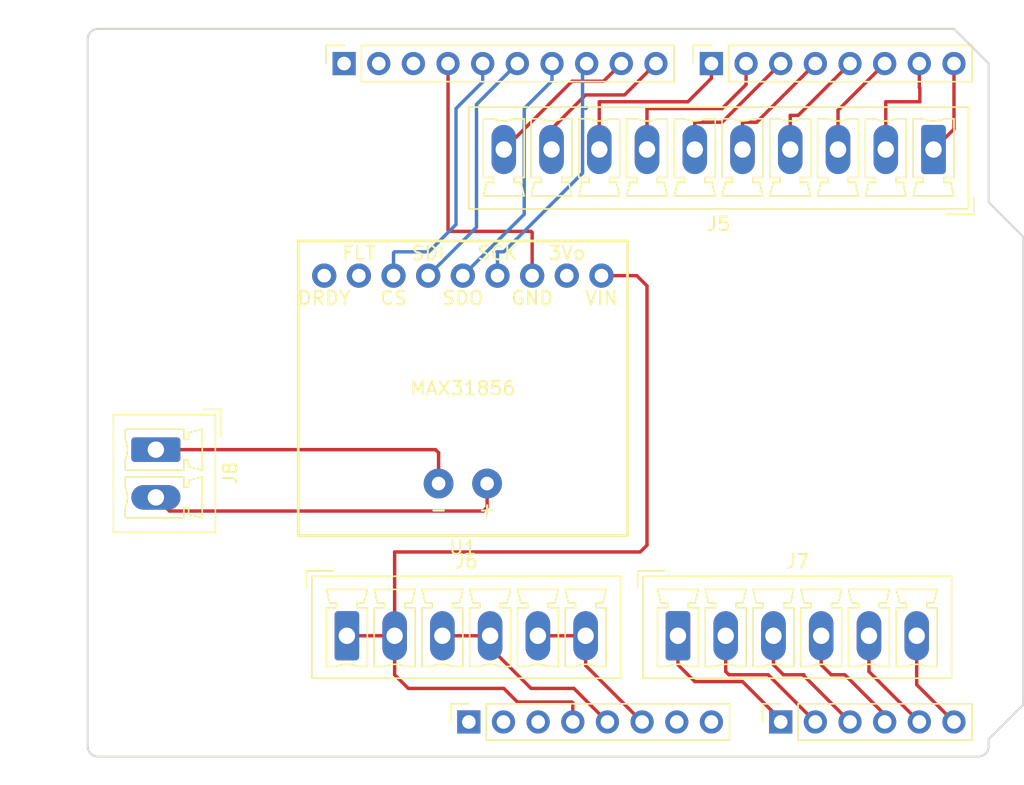
<source format=kicad_pcb>
(kicad_pcb (version 20211014) (generator pcbnew)
  (title_block (date "mar. 31 mars 2015"))
  (layers (0 "F.Cu" signal) (31 "B.Cu" signal) (34 "B.Paste" user) (35 "F.Paste" user) (36 "B.SilkS" user "B.Silkscreen") (37 "F.SilkS" user "F.Silkscreen") (38 "B.Mask" user) (39 "F.Mask" user) (44 "Edge.Cuts" user))
  (net 0 "")
  (net 1 "GND")
  (net 3 "+5V")
  (net 4 "/IOREF")
  (net 5 "/A0")
  (net 6 "/A1")
  (net 7 "/A2")
  (net 8 "/A3")
  (net 9 "/SDA{slash}A4")
  (net 10 "/SCL{slash}A5")
  (net 11 "/13")
  (net 12 "/12")
  (net 13 "/AREF")
  (net 14 "/8")
  (net 15 "/7")
  (net 16 "/*11")
  (net 17 "/*10")
  (net 18 "/*9")
  (net 19 "/4")
  (net 20 "/2")
  (net 21 "/*6")
  (net 22 "/*5")
  (net 23 "/TX{slash}1")
  (net 24 "/*3")
  (net 25 "/RX{slash}0")
  (net 26 "+3V3")
  (net 27 "VCC")
  (net 28 "/~{RESET}")
  (net 32 "Net-(U1-Pad11)")
  (net 33 "Net-(U1-Pad10)")
  (footprint "Connector_PinSocket_2.54mm:PinSocket_1x08_P2.54mm_Vertical" (layer "F.Cu") (at 127.94 97.46 90)
    (fp_text reference "J1" hide)
    (fp_text value "Power")
    (pad "1" thru_hole rect locked (at 0 0 90) (size 1.7 1.7) (drill 1) (layers *.Cu *.Mask))
    (pad "2" thru_hole oval locked (at 0 2.54 90) (size 1.7 1.7) (drill 1) (layers *.Cu *.Mask) (net 4 "/IOREF"))
    (pad "3" thru_hole oval locked (at 0 5.08 90) (size 1.7 1.7) (drill 1) (layers *.Cu *.Mask) (net 28 "/~{RESET}"))
    (pad "4" thru_hole oval locked (at 0 7.62 90) (size 1.7 1.7) (drill 1) (layers *.Cu *.Mask) (net 26 "+3V3"))
    (pad "5" thru_hole oval locked (at 0 10.16 90) (size 1.7 1.7) (drill 1) (layers *.Cu *.Mask) (net 3 "+5V"))
    (pad "6" thru_hole oval locked (at 0 12.7 90) (size 1.7 1.7) (drill 1) (layers *.Cu *.Mask) (net 1 "GND"))
    (pad "7" thru_hole oval locked (at 0 15.24 90) (size 1.7 1.7) (drill 1) (layers *.Cu *.Mask) (net 1 "GND"))
    (pad "8" thru_hole oval locked (at 0 17.78 90) (size 1.7 1.7) (drill 1) (layers *.Cu *.Mask) (net 27 "VCC"))
  )
  (footprint "Connector_PinSocket_2.54mm:PinSocket_1x06_P2.54mm_Vertical" (layer "F.Cu") (at 150.8 97.46 90)
    (fp_text reference "J3" hide)
    (fp_text value "Analog")
    (pad "1" thru_hole rect locked (at 0 0 90) (size 1.7 1.7) (drill 1) (layers *.Cu *.Mask) (net 5 "/A0"))
    (pad "2" thru_hole oval locked (at 0 2.54 90) (size 1.7 1.7) (drill 1) (layers *.Cu *.Mask) (net 6 "/A1"))
    (pad "3" thru_hole oval locked (at 0 5.08 90) (size 1.7 1.7) (drill 1) (layers *.Cu *.Mask) (net 7 "/A2"))
    (pad "4" thru_hole oval locked (at 0 7.62 90) (size 1.7 1.7) (drill 1) (layers *.Cu *.Mask) (net 8 "/A3"))
    (pad "5" thru_hole oval locked (at 0 10.16 90) (size 1.7 1.7) (drill 1) (layers *.Cu *.Mask) (net 9 "/SDA{slash}A4"))
    (pad "6" thru_hole oval locked (at 0 12.7 90) (size 1.7 1.7) (drill 1) (layers *.Cu *.Mask) (net 10 "/SCL{slash}A5"))
  )
  (footprint "Connector_PinSocket_2.54mm:PinSocket_1x10_P2.54mm_Vertical" (layer "F.Cu") (at 118.796 49.2 90)
    (fp_text reference "J2" hide)
    (fp_text value "Digital/PWM")
    (pad "1" thru_hole rect locked (at 0 0 90) (size 1.7 1.7) (drill 1) (layers *.Cu *.Mask) (net 10 "/SCL{slash}A5"))
    (pad "2" thru_hole oval locked (at 0 2.54 90) (size 1.7 1.7) (drill 1) (layers *.Cu *.Mask) (net 9 "/SDA{slash}A4"))
    (pad "3" thru_hole oval locked (at 0 5.08 90) (size 1.7 1.7) (drill 1) (layers *.Cu *.Mask) (net 13 "/AREF"))
    (pad "4" thru_hole oval locked (at 0 7.62 90) (size 1.7 1.7) (drill 1) (layers *.Cu *.Mask) (net 1 "GND"))
    (pad "5" thru_hole oval locked (at 0 10.16 90) (size 1.7 1.7) (drill 1) (layers *.Cu *.Mask) (net 11 "/13"))
    (pad "6" thru_hole oval locked (at 0 12.7 90) (size 1.7 1.7) (drill 1) (layers *.Cu *.Mask) (net 12 "/12"))
    (pad "7" thru_hole oval locked (at 0 15.24 90) (size 1.7 1.7) (drill 1) (layers *.Cu *.Mask) (net 16 "/*11"))
    (pad "8" thru_hole oval locked (at 0 17.78 90) (size 1.7 1.7) (drill 1) (layers *.Cu *.Mask) (net 17 "/*10"))
    (pad "9" thru_hole oval locked (at 0 20.32 90) (size 1.7 1.7) (drill 1) (layers *.Cu *.Mask) (net 18 "/*9"))
    (pad "10" thru_hole oval locked (at 0 22.86 90) (size 1.7 1.7) (drill 1) (layers *.Cu *.Mask) (net 14 "/8"))
  )
  (footprint "Connector_PinSocket_2.54mm:PinSocket_1x08_P2.54mm_Vertical" (layer "F.Cu") (at 145.72 49.2 90)
    (fp_text reference "J4" hide)
    (fp_text value "Digital/PWM")
    (pad "1" thru_hole rect locked (at 0 0 90) (size 1.7 1.7) (drill 1) (layers *.Cu *.Mask) (net 15 "/7"))
    (pad "2" thru_hole oval locked (at 0 2.54 90) (size 1.7 1.7) (drill 1) (layers *.Cu *.Mask) (net 21 "/*6"))
    (pad "3" thru_hole oval locked (at 0 5.08 90) (size 1.7 1.7) (drill 1) (layers *.Cu *.Mask) (net 22 "/*5"))
    (pad "4" thru_hole oval locked (at 0 7.62 90) (size 1.7 1.7) (drill 1) (layers *.Cu *.Mask) (net 19 "/4"))
    (pad "5" thru_hole oval locked (at 0 10.16 90) (size 1.7 1.7) (drill 1) (layers *.Cu *.Mask) (net 24 "/*3"))
    (pad "6" thru_hole oval locked (at 0 12.7 90) (size 1.7 1.7) (drill 1) (layers *.Cu *.Mask) (net 20 "/2"))
    (pad "7" thru_hole oval locked (at 0 15.24 90) (size 1.7 1.7) (drill 1) (layers *.Cu *.Mask) (net 23 "/TX{slash}1"))
    (pad "8" thru_hole oval locked (at 0 17.78 90) (size 1.7 1.7) (drill 1) (layers *.Cu *.Mask) (net 25 "/RX{slash}0"))
  )
  (footprint "Connector_Phoenix_MC:PhoenixContact_MCV_1,5_10-G-3.5_1x10_P3.50mm_Vertical" (layer "F.Cu") (at 162 55.5 180)
    (fp_text reference "J5" (at 15.75 -5.45) (layer "F.SilkS"))
    (fp_text value "Conn_01x10_Female")
    (pad "1" thru_hole roundrect (at 0 0 180) (size 1.8 3.6) (drill 1.2) (layers *.Cu *.Mask) (roundrect_rratio 0.138889) (net 25 "/RX{slash}0"))
    (pad "2" thru_hole oval (at 3.5 0 180) (size 1.8 3.6) (drill 1.2) (layers *.Cu *.Mask) (net 23 "/TX{slash}1"))
    (pad "3" thru_hole oval (at 7 0 180) (size 1.8 3.6) (drill 1.2) (layers *.Cu *.Mask) (net 20 "/2"))
    (pad "4" thru_hole oval (at 10.5 0 180) (size 1.8 3.6) (drill 1.2) (layers *.Cu *.Mask) (net 24 "/*3"))
    (pad "5" thru_hole oval (at 14 0 180) (size 1.8 3.6) (drill 1.2) (layers *.Cu *.Mask) (net 19 "/4"))
    (pad "6" thru_hole oval (at 17.5 0 180) (size 1.8 3.6) (drill 1.2) (layers *.Cu *.Mask) (net 22 "/*5"))
    (pad "7" thru_hole oval (at 21 0 180) (size 1.8 3.6) (drill 1.2) (layers *.Cu *.Mask) (net 21 "/*6"))
    (pad "8" thru_hole oval (at 24.5 0 180) (size 1.8 3.6) (drill 1.2) (layers *.Cu *.Mask) (net 15 "/7"))
    (pad "9" thru_hole oval (at 28 0 180) (size 1.8 3.6) (drill 1.2) (layers *.Cu *.Mask) (net 14 "/8"))
    (pad "10" thru_hole oval (at 31.5 0 180) (size 1.8 3.6) (drill 1.2) (layers *.Cu *.Mask) (net 18 "/*9"))
  )
  (footprint "Connector_Phoenix_MC:PhoenixContact_MCV_1,5_6-G-3.5_1x06_P3.50mm_Vertical" (layer "F.Cu") (at 143.2675 91.1425)
    (fp_text reference "J7" (at 8.75 -5.45) (layer "F.SilkS"))
    (fp_text value "Conn_01x06_Female")
    (pad "1" thru_hole roundrect (at 0 0) (size 1.8 3.6) (drill 1.2) (layers *.Cu *.Mask) (roundrect_rratio 0.138889) (net 5 "/A0"))
    (pad "2" thru_hole oval (at 3.5 0) (size 1.8 3.6) (drill 1.2) (layers *.Cu *.Mask) (net 6 "/A1"))
    (pad "3" thru_hole oval (at 7 0) (size 1.8 3.6) (drill 1.2) (layers *.Cu *.Mask) (net 7 "/A2"))
    (pad "4" thru_hole oval (at 10.5 0) (size 1.8 3.6) (drill 1.2) (layers *.Cu *.Mask) (net 8 "/A3"))
    (pad "5" thru_hole oval (at 14 0) (size 1.8 3.6) (drill 1.2) (layers *.Cu *.Mask) (net 9 "/SDA{slash}A4"))
    (pad "6" thru_hole oval (at 17.5 0) (size 1.8 3.6) (drill 1.2) (layers *.Cu *.Mask) (net 10 "/SCL{slash}A5"))
  )
  (footprint "Arduino_MountingHole:MountingHole_3.2mm" (layer "F.Cu") (at 115.24 49.2)
    (fp_text reference "MH1" hide)
    (fp_text value "MountingHole_3.2mm" hide)
    (pad "" np_thru_hole circle locked (at 0 0) (size 3.2 3.2) (drill 3.2) (layers *.Cu *.Mask))
  )
  (footprint "Arduino_MountingHole:MountingHole_3.2mm" (layer "F.Cu") (at 113.97 97.46)
    (fp_text reference "MH2" hide)
    (fp_text value "MountingHole_3.2mm" hide)
    (pad "" np_thru_hole circle locked (at 0 0) (size 3.2 3.2) (drill 3.2) (layers *.Cu *.Mask))
  )
  (footprint "Connector_Phoenix_MC:PhoenixContact_MCV_1,5_2-G-3.5_1x02_P3.50mm_Vertical" (layer "F.Cu") (at 105 77.5 -90)
    (fp_text reference "J8" (at 1.75 -5.45 90) (layer "F.SilkS"))
    (fp_text value "Conn_01x02_Female")
    (pad "1" thru_hole roundrect (at 0 0 270) (size 1.8 3.6) (drill 1.2) (layers *.Cu *.Mask) (roundrect_rratio 0.138889) (net 32 "Net-(U1-Pad11)"))
    (pad "2" thru_hole oval (at 3.5 0 270) (size 1.8 3.6) (drill 1.2) (layers *.Cu *.Mask) (net 33 "Net-(U1-Pad10)"))
  )
  (footprint "Arduino_MountingHole:MountingHole_3.2mm" (layer "F.Cu") (at 166.04 64.44)
    (fp_text reference "MH3" hide)
    (fp_text value "MountingHole_3.2mm" hide)
    (pad "" np_thru_hole circle locked (at 0 0) (size 3.2 3.2) (drill 3.2) (layers *.Cu *.Mask))
  )
  (footprint "Arduino_MountingHole:MountingHole_3.2mm" (layer "F.Cu") (at 166.04 92.38)
    (fp_text reference "MH4" hide)
    (fp_text value "MountingHole_3.2mm" hide)
    (pad "" np_thru_hole circle locked (at 0 0) (size 3.2 3.2) (drill 3.2) (layers *.Cu *.Mask))
  )
  (footprint "Connector_Phoenix_MC:PhoenixContact_MCV_1,5_6-G-3.5_1x06_P3.50mm_Vertical" (layer "F.Cu") (at 119 91.1425)
    (fp_text reference "J6" (at 8.75 -5.45) (layer "F.SilkS"))
    (fp_text value "Conn_01x06_Female")
    (pad "1" thru_hole roundrect (at 0 0) (size 1.8 3.6) (drill 1.2) (layers *.Cu *.Mask) (roundrect_rratio 0.138889) (net 26 "+3V3"))
    (pad "2" thru_hole oval (at 3.5 0) (size 1.8 3.6) (drill 1.2) (layers *.Cu *.Mask) (net 26 "+3V3"))
    (pad "3" thru_hole oval (at 7 0) (size 1.8 3.6) (drill 1.2) (layers *.Cu *.Mask) (net 3 "+5V"))
    (pad "4" thru_hole oval (at 10.5 0) (size 1.8 3.6) (drill 1.2) (layers *.Cu *.Mask) (net 3 "+5V"))
    (pad "5" thru_hole oval (at 14 0) (size 1.8 3.6) (drill 1.2) (layers *.Cu *.Mask) (net 1 "GND"))
    (pad "6" thru_hole oval (at 17.5 0) (size 1.8 3.6) (drill 1.2) (layers *.Cu *.Mask) (net 1 "GND"))
  )
  (footprint "MAX31865:MAX31856" (layer "F.Cu") (at 127.5 73 180)
    (fp_text reference "U1" (at 0 -11.684) (layer "F.SilkS"))
    (fp_text value "thermo_max31856")
    (fp_text user "MAX31856" (at 0 0) (layer "F.SilkS"))
    (fp_text user "SCK" (at -2.54 9.906) (layer "F.SilkS"))
    (fp_text user "-" (at 1.778 -8.89) (layer "F.SilkS"))
    (fp_text user "FLT" (at 7.62 9.906) (layer "F.SilkS"))
    (fp_text user "SDO" (at 0 6.604) (layer "F.SilkS"))
    (fp_text user "SDI" (at 2.54 9.906) (layer "F.SilkS"))
    (fp_text user "CS" (at 5.08 6.604) (layer "F.SilkS"))
    (fp_text user "+" (at -1.778 -8.89) (layer "F.SilkS"))
    (fp_text user "3Vo" (at -7.62 9.906) (layer "F.SilkS"))
    (fp_text user "VIN" (at -10.16 6.604) (layer "F.SilkS"))
    (fp_text user "DRDY" (at 10.16 6.604) (layer "F.SilkS"))
    (fp_text user "GND" (at -5.08 6.604) (layer "F.SilkS"))
    (pad "1" thru_hole circle (at -10.16 8.255 180) (size 1.778 1.778) (drill 1) (layers *.Cu *.Mask) (net 26 "+3V3"))
    (pad "2" thru_hole circle (at -7.62 8.255 180) (size 1.778 1.778) (drill 1) (layers *.Cu *.Mask))
    (pad "3" thru_hole circle (at -5.08 8.255 180) (size 1.778 1.778) (drill 1) (layers *.Cu *.Mask) (net 1 "GND"))
    (pad "4" thru_hole circle (at -2.54 8.255 180) (size 1.778 1.778) (drill 1) (layers *.Cu *.Mask) (net 17 "/*10"))
    (pad "5" thru_hole circle (at 0 8.255 180) (size 1.778 1.778) (drill 1) (layers *.Cu *.Mask) (net 16 "/*11"))
    (pad "6" thru_hole circle (at 2.54 8.255 180) (size 1.778 1.778) (drill 1) (layers *.Cu *.Mask) (net 12 "/12"))
    (pad "7" thru_hole circle (at 5.08 8.255 180) (size 1.778 1.778) (drill 1) (layers *.Cu *.Mask) (net 11 "/13"))
    (pad "8" thru_hole circle (at 7.62 8.255 180) (size 1.778 1.778) (drill 1) (layers *.Cu *.Mask))
    (pad "9" thru_hole circle (at 10.16 8.255 180) (size 1.778 1.778) (drill 1) (layers *.Cu *.Mask))
    (pad "10" thru_hole circle (at -1.778 -6.985 180) (size 2.184 2.184) (drill 1) (layers *.Cu *.Mask) (net 33 "Net-(U1-Pad10)"))
    (pad "11" thru_hole circle (at 1.778 -6.985 180) (size 2.184 2.184) (drill 1) (layers *.Cu *.Mask) (net 32 "Net-(U1-Pad11)"))
  )
  (gr_line (start 166.04 59.36) (end 168.58 61.9) (layer "Edge.Cuts") (width 0.15))
  (gr_line (start 100 99.238) (end 100 47.422) (layer "Edge.Cuts") (width 0.15))
  (gr_line (start 168.58 61.9) (end 168.58 96.19) (layer "Edge.Cuts") (width 0.15))
  (gr_line (start 165.278 100) (end 100.762 100) (layer "Edge.Cuts") (width 0.15))
  (gr_line (start 100.762 46.66) (end 163.5 46.66) (layer "Edge.Cuts") (width 0.15))
  (gr_arc (start 100.762 100) (mid 100.223185 99.776815) (end 100 99.238) (layer "Edge.Cuts") (width 0.15))
  (gr_line (start 168.58 96.19) (end 166.04 98.73) (layer "Edge.Cuts") (width 0.15))
  (gr_line (start 163.5 46.66) (end 166.04 49.2) (layer "Edge.Cuts") (width 0.15))
  (gr_arc (start 166.04 99.238) (mid 165.816815 99.776815) (end 165.278 100) (layer "Edge.Cuts") (width 0.15))
  (gr_line (start 166.04 49.2) (end 166.04 59.36) (layer "Edge.Cuts") (width 0.15))
  (gr_line (start 166.04 98.73) (end 166.04 99.238) (layer "Edge.Cuts") (width 0.15))
  (gr_arc (start 100 47.422) (mid 100.223185 46.883185) (end 100.762 46.66) (layer "Edge.Cuts") (width 0.15))
  (segment (start 136.5 91.1425) (end 136.5 93.32) (width 0.25) (layer "F.Cu") (net 1))
  (segment (start 132.5 61.5) (end 132.58 61.58) (width 0.25) (layer "F.Cu") (net 1))
  (segment (start 132.58 61.58) (end 132.58 64.745) (width 0.25) (layer "F.Cu") (net 1))
  (segment (start 136.5 93.32) (end 140.64 97.46) (width 0.25) (layer "F.Cu") (net 1))
  (segment (start 126.5 61.5) (end 132.5 61.5) (width 0.25) (layer "F.Cu") (net 1))
  (segment (start 126.416 49.2) (end 126.416 61.416) (width 0.25) (layer "F.Cu") (net 1))
  (segment (start 126.416 61.416) (end 126.5 61.5) (width 0.25) (layer "F.Cu") (net 1))
  (segment (start 136.5 91.1425) (end 133 91.1425) (width 0.25) (layer "F.Cu") (net 1))
  (segment (start 132.5 95) (end 135.64 95) (width 0.25) (layer "F.Cu") (net 3))
  (segment (start 135.64 95) (end 138.1 97.46) (width 0.25) (layer "F.Cu") (net 3))
  (segment (start 129.5 91.1425) (end 126 91.1425) (width 0.25) (layer "F.Cu") (net 3))
  (segment (start 129.5 92) (end 132.5 95) (width 0.25) (layer "F.Cu") (net 3))
  (segment (start 129.5 91.1425) (end 129.5 92) (width 0.25) (layer "F.Cu") (net 3))
  (segment (start 150.8 97.3) (end 150.8 97.46) (width 0.25) (layer "F.Cu") (net 5))
  (segment (start 143.2675 93.2675) (end 144.5 94.5) (width 0.25) (layer "F.Cu") (net 5))
  (segment (start 143.2675 91.1425) (end 143.2675 93.2675) (width 0.25) (layer "F.Cu") (net 5))
  (segment (start 148 94.5) (end 150.8 97.3) (width 0.25) (layer "F.Cu") (net 5))
  (segment (start 144.5 94.5) (end 148 94.5) (width 0.25) (layer "F.Cu") (net 5))
  (segment (start 147 94) (end 149.88 94) (width 0.25) (layer "F.Cu") (net 6))
  (segment (start 146.7675 93.7675) (end 147 94) (width 0.25) (layer "F.Cu") (net 6))
  (segment (start 149.88 94) (end 153.34 97.46) (width 0.25) (layer "F.Cu") (net 6))
  (segment (start 146.7675 91.1425) (end 146.7675 93.7675) (width 0.25) (layer "F.Cu") (net 6))
  (segment (start 152.5 94.08) (end 155.88 97.46) (width 0.25) (layer "F.Cu") (net 7))
  (segment (start 151 94) (end 152.5 94) (width 0.25) (layer "F.Cu") (net 7))
  (segment (start 150.2675 93.2675) (end 151 94) (width 0.25) (layer "F.Cu") (net 7))
  (segment (start 150.2675 91.1425) (end 150.2675 93.2675) (width 0.25) (layer "F.Cu") (net 7))
  (segment (start 152.5 94) (end 152.5 94.08) (width 0.25) (layer "F.Cu") (net 7))
  (segment (start 153.7675 91.1425) (end 153.7675 93.2675) (width 0.25) (layer "F.Cu") (net 8))
  (segment (start 158.473299 96.973299) (end 158.473299 97.406701) (width 0.25) (layer "F.Cu") (net 8))
  (segment (start 153.7675 93.2675) (end 154.5 94) (width 0.25) (layer "F.Cu") (net 8))
  (segment (start 154.5 94) (end 155.5 94) (width 0.25) (layer "F.Cu") (net 8))
  (segment (start 155.5 94) (end 158.473299 96.973299) (width 0.25) (layer "F.Cu") (net 8))
  (segment (start 158.473299 97.406701) (end 158.42 97.46) (width 0.25) (layer "F.Cu") (net 8))
  (segment (start 157.2675 91.1425) (end 157.2675 93.7675) (width 0.25) (layer "F.Cu") (net 9))
  (segment (start 157.2675 93.7675) (end 160.96 97.46) (width 0.25) (layer "F.Cu") (net 9))
  (segment (start 160.7675 94.7275) (end 163.5 97.46) (width 0.25) (layer "F.Cu") (net 10))
  (segment (start 160.7675 91.1425) (end 160.7675 94.7275) (width 0.25) (layer "F.Cu") (net 10))
  (segment (start 127 52.5) (end 127 61) (width 0.25) (layer "B.Cu") (net 11))
  (segment (start 122.5 63) (end 122.42 63.08) (width 0.25) (layer "B.Cu") (net 11))
  (segment (start 122.42 63.08) (end 122.42 64.745) (width 0.25) (layer "B.Cu") (net 11))
  (segment (start 127 61) (end 125 63) (width 0.25) (layer "B.Cu") (net 11))
  (segment (start 128.956 49.2) (end 128.956 50.544) (width 0.25) (layer "B.Cu") (net 11))
  (segment (start 128.956 50.544) (end 127 52.5) (width 0.25) (layer "B.Cu") (net 11))
  (segment (start 125 63) (end 122.5 63) (width 0.25) (layer "B.Cu") (net 11))
  (segment (start 128.5 61.205) (end 124.96 64.745) (width 0.25) (layer "B.Cu") (net 12))
  (segment (start 131.496 49.2) (end 128.5 52.196) (width 0.25) (layer "B.Cu") (net 12))
  (segment (start 128.5 52.196) (end 128.5 61.205) (width 0.25) (layer "B.Cu") (net 12))
  (segment (start 134 54) (end 134 55.5) (width 0.25) (layer "F.Cu") (net 14))
  (segment (start 136.5 51.5) (end 134 54) (width 0.25) (layer "F.Cu") (net 14))
  (segment (start 141.656 49.2) (end 139.356 51.5) (width 0.25) (layer "F.Cu") (net 14))
  (segment (start 139.356 51.5) (end 136.5 51.5) (width 0.25) (layer "F.Cu") (net 14))
  (segment (start 144 52) (end 137.5 52) (width 0.25) (layer "F.Cu") (net 15))
  (segment (start 145.72 49.2) (end 145.72 50.28) (width 0.25) (layer "F.Cu") (net 15))
  (segment (start 145.72 50.28) (end 144 52) (width 0.25) (layer "F.Cu") (net 15))
  (segment (start 137.5 52) (end 137.5 55.5) (width 0.25) (layer "F.Cu") (net 15))
  (segment (start 134.036 50.464) (end 132 52.5) (width 0.25) (layer "B.Cu") (net 16))
  (segment (start 134.036 49.2) (end 134.036 50.464) (width 0.25) (layer "B.Cu") (net 16))
  (segment (start 132 52.5) (end 132 60.245) (width 0.25) (layer "B.Cu") (net 16))
  (segment (start 132 60.245) (end 127.5 64.745) (width 0.25) (layer "B.Cu") (net 16))
  (segment (start 136.576 49.2) (end 136.275 49.501) (width 0.25) (layer "B.Cu") (net 17))
  (segment (start 130.5 63) (end 130 63) (width 0.25) (layer "B.Cu") (net 17))
  (segment (start 136.576 52.424) (end 136.5 52.5) (width 0.25) (layer "B.Cu") (net 17))
  (segment (start 136.275 49.501) (end 136.275 57.225) (width 0.25) (layer "B.Cu") (net 17))
  (segment (start 130 63) (end 130.04 63.04) (width 0.25) (layer "B.Cu") (net 17))
  (segment (start 130.04 63.04) (end 130.04 64.745) (width 0.25) (layer "B.Cu") (net 17))
  (segment (start 136.275 57.225) (end 130.5 63) (width 0.25) (layer "B.Cu") (net 17))
  (segment (start 137.816 50.5) (end 135.5 50.5) (width 0.25) (layer "F.Cu") (net 18))
  (segment (start 135.5 50.5) (end 130.5 55.5) (width 0.25) (layer "F.Cu") (net 18))
  (segment (start 139.116 49.2) (end 137.816 50.5) (width 0.25) (layer "F.Cu") (net 18))
  (segment (start 149.04 53.5) (end 148 53.5) (width 0.25) (layer "F.Cu") (net 19))
  (segment (start 153.34 49.2) (end 149.04 53.5) (width 0.25) (layer "F.Cu") (net 19))
  (segment (start 148 53.5) (end 148 55.5) (width 0.25) (layer "F.Cu") (net 19))
  (segment (start 158.42 49.2) (end 155 52.62) (width 0.25) (layer "F.Cu") (net 20))
  (segment (start 155 52.62) (end 155 55.5) (width 0.25) (layer "F.Cu") (net 20))
  (segment (start 146.5 52.5) (end 141 52.5) (width 0.25) (layer "F.Cu") (net 21))
  (segment (start 148.26 49.2) (end 148.26 50.74) (width 0.25) (layer "F.Cu") (net 21))
  (segment (start 148.26 50.74) (end 146.5 52.5) (width 0.25) (layer "F.Cu") (net 21))
  (segment (start 141 52.5) (end 141 55.5) (width 0.25) (layer "F.Cu") (net 21))
  (segment (start 146.5 53.5) (end 144.5 53.5) (width 0.25) (layer "F.Cu") (net 22))
  (segment (start 150.8 49.2) (end 146.5 53.5) (width 0.25) (layer "F.Cu") (net 22))
  (segment (start 144.5 53.5) (end 144.5 55.5) (width 0.25) (layer "F.Cu") (net 22))
  (segment (start 161 52) (end 158.5 52) (width 0.25) (layer "F.Cu") (net 23))
  (segment (start 160.96 51.96) (end 161 52) (width 0.25) (layer "F.Cu") (net 23))
  (segment (start 160.96 49.2) (end 160.96 50.96) (width 0.25) (layer "F.Cu") (net 23))
  (segment (start 160.96 50.96) (end 161 51) (width 0.25) (layer "F.Cu") (net 23))
  (segment (start 158.5 52) (end 158.5 55.5) (width 0.25) (layer "F.Cu") (net 23))
  (segment (start 161 51) (end 161 52) (width 0.25) (layer "F.Cu") (net 23))
  (segment (start 151.5 53) (end 151.5 55.5) (width 0.25) (layer "F.Cu") (net 24))
  (segment (start 155.88 49.2) (end 152.08 53) (width 0.25) (layer "F.Cu") (net 24))
  (segment (start 152.08 53) (end 151.5 53) (width 0.25) (layer "F.Cu") (net 24))
  (segment (start 163.5 54) (end 162 55.5) (width 0.25) (layer "F.Cu") (net 25))
  (segment (start 163.5 49.2) (end 163.5 54) (width 0.25) (layer "F.Cu") (net 25))
  (segment (start 137.66 64.745) (end 140.245 64.745) (width 0.25) (layer "F.Cu") (net 26))
  (segment (start 130.5 95) (end 131.5 96) (width 0.25) (layer "F.Cu") (net 26))
  (segment (start 122.5 85) (end 122.5 91.1425) (width 0.25) (layer "F.Cu") (net 26))
  (segment (start 119 91.1425) (end 122.5 91.1425) (width 0.25) (layer "F.Cu") (net 26))
  (segment (start 141 84.5) (end 140.5 85) (width 0.25) (layer "F.Cu") (net 26))
  (segment (start 122.5 94) (end 123.5 95) (width 0.25) (layer "F.Cu") (net 26))
  (segment (start 140.5 85) (end 122.5 85) (width 0.25) (layer "F.Cu") (net 26))
  (segment (start 140.245 64.745) (end 141 65.5) (width 0.25) (layer "F.Cu") (net 26))
  (segment (start 122.5 91.1425) (end 122.5 94) (width 0.25) (layer "F.Cu") (net 26))
  (segment (start 135.56 96.06) (end 135.56 97.46) (width 0.25) (layer "F.Cu") (net 26))
  (segment (start 131.5 96) (end 135.5 96) (width 0.25) (layer "F.Cu") (net 26))
  (segment (start 135.5 96) (end 135.56 96.06) (width 0.25) (layer "F.Cu") (net 26))
  (segment (start 141 65.5) (end 141 84.5) (width 0.25) (layer "F.Cu") (net 26))
  (segment (start 123.5 95) (end 130.5 95) (width 0.25) (layer "F.Cu") (net 26))
  (segment (start 105 77.5) (end 125.5 77.5) (width 0.25) (layer "F.Cu") (net 32))
  (segment (start 125.722 77.722) (end 125.722 79.985) (width 0.25) (layer "F.Cu") (net 32))
  (segment (start 125.5 77.5) (end 125.722 77.722) (width 0.25) (layer "F.Cu") (net 32))
  (segment (start 106 82) (end 129 82) (width 0.25) (layer "F.Cu") (net 33))
  (segment (start 105 81) (end 106 82) (width 0.25) (layer "F.Cu") (net 33))
  (segment (start 129.278 81.722) (end 129.278 79.985) (width 0.25) (layer "F.Cu") (net 33))
  (segment (start 129 82) (end 129.278 81.722) (width 0.25) (layer "F.Cu") (net 33))
)
</source>
